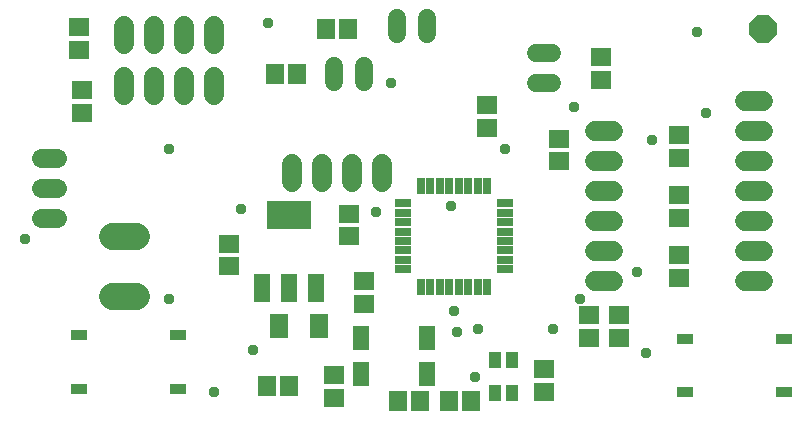
<source format=gbr>
G04 EAGLE Gerber RS-274X export*
G75*
%MOMM*%
%FSLAX34Y34*%
%LPD*%
%INSoldermask Top*%
%IPPOS*%
%AMOC8*
5,1,8,0,0,1.08239X$1,22.5*%
G01*
%ADD10R,1.703200X1.503200*%
%ADD11R,1.503200X1.703200*%
%ADD12R,1.603200X2.003200*%
%ADD13R,1.473200X0.762000*%
%ADD14R,0.762000X1.473200*%
%ADD15P,2.556822X8X202.500000*%
%ADD16C,1.524000*%
%ADD17C,2.298700*%
%ADD18R,1.803200X1.503200*%
%ADD19C,1.727200*%
%ADD20R,1.473200X2.082800*%
%ADD21R,1.503200X1.803200*%
%ADD22R,1.422400X2.438400*%
%ADD23R,3.803200X2.403200*%
%ADD24C,1.625600*%
%ADD25R,1.473200X0.838200*%
%ADD26R,1.103200X1.403200*%
%ADD27C,0.959600*%


D10*
X444500Y400000D03*
X444500Y381000D03*
X342900Y374600D03*
X342900Y355600D03*
D11*
X374700Y254000D03*
X393700Y254000D03*
D10*
X457200Y342900D03*
X457200Y323900D03*
X622300Y463500D03*
X622300Y444500D03*
D12*
X385100Y304800D03*
X419100Y304800D03*
D13*
X490474Y409000D03*
X490474Y401000D03*
X490474Y393000D03*
X490474Y385000D03*
X490474Y377000D03*
X490474Y369000D03*
X490474Y361000D03*
X490474Y353000D03*
D14*
X505400Y338074D03*
X513400Y338074D03*
X521400Y338074D03*
X529400Y338074D03*
X537400Y338074D03*
X545400Y338074D03*
X553400Y338074D03*
X561400Y338074D03*
D13*
X576326Y353000D03*
X576326Y361000D03*
X576326Y369000D03*
X576326Y377000D03*
X576326Y385000D03*
X576326Y393000D03*
X576326Y401000D03*
X576326Y409000D03*
D14*
X561400Y423926D03*
X553400Y423926D03*
X545400Y423926D03*
X537400Y423926D03*
X529400Y423926D03*
X521400Y423926D03*
X513400Y423926D03*
X505400Y423926D03*
D15*
X795020Y556260D03*
D16*
X616204Y535940D02*
X602996Y535940D01*
X602996Y510540D02*
X616204Y510540D01*
D17*
X264478Y330200D02*
X243523Y330200D01*
X243523Y381000D02*
X264478Y381000D01*
D18*
X723900Y365100D03*
X723900Y346100D03*
X723900Y396900D03*
X723900Y415900D03*
X723900Y466700D03*
X723900Y447700D03*
D10*
X647700Y314300D03*
X647700Y295300D03*
X673100Y314300D03*
X673100Y295300D03*
D19*
X668020Y342900D02*
X652780Y342900D01*
X652780Y368300D02*
X668020Y368300D01*
X668020Y393700D02*
X652780Y393700D01*
X652780Y419100D02*
X668020Y419100D01*
X668020Y444500D02*
X652780Y444500D01*
X652780Y469900D02*
X668020Y469900D01*
D20*
X454660Y264160D03*
X510540Y264160D03*
X510540Y294640D03*
X454660Y294640D03*
D19*
X779780Y495300D02*
X795020Y495300D01*
X795020Y469900D02*
X779780Y469900D01*
X779780Y444500D02*
X795020Y444500D01*
X795020Y419100D02*
X779780Y419100D01*
X779780Y393700D02*
X795020Y393700D01*
X795020Y368300D02*
X779780Y368300D01*
X779780Y342900D02*
X795020Y342900D01*
D10*
X431800Y244500D03*
X431800Y263500D03*
D11*
X504800Y241300D03*
X485800Y241300D03*
D21*
X528980Y241300D03*
X547980Y241300D03*
D22*
X370586Y337312D03*
X393700Y337312D03*
X416814Y337312D03*
D23*
X393700Y399290D03*
D19*
X330200Y500380D02*
X330200Y515620D01*
X304800Y515620D02*
X304800Y500380D01*
X279400Y500380D02*
X279400Y515620D01*
X254000Y515620D02*
X254000Y500380D01*
D10*
X215900Y539140D03*
X215900Y558140D03*
X218440Y504800D03*
X218440Y485800D03*
D19*
X330200Y543560D02*
X330200Y558800D01*
X304800Y558800D02*
X304800Y543560D01*
X279400Y543560D02*
X279400Y558800D01*
X254000Y558800D02*
X254000Y543560D01*
D18*
X561340Y473100D03*
X561340Y492100D03*
D16*
X485140Y552196D02*
X485140Y565404D01*
X510540Y565404D02*
X510540Y552196D01*
D21*
X424840Y556260D03*
X443840Y556260D03*
D16*
X431800Y524764D02*
X431800Y511556D01*
X457200Y511556D02*
X457200Y524764D01*
D21*
X381660Y518160D03*
X400660Y518160D03*
D19*
X396240Y441960D02*
X396240Y426720D01*
X421640Y426720D02*
X421640Y441960D01*
X447040Y441960D02*
X447040Y426720D01*
X472440Y426720D02*
X472440Y441960D01*
D24*
X197612Y396240D02*
X183388Y396240D01*
X183388Y421640D02*
X197612Y421640D01*
X197612Y447040D02*
X183388Y447040D01*
D18*
X657860Y532740D03*
X657860Y513740D03*
D25*
X299720Y297180D03*
X299720Y251680D03*
X215720Y297180D03*
X215720Y251680D03*
X728980Y248920D03*
X728980Y294420D03*
X812980Y248920D03*
X812980Y294420D03*
D26*
X582590Y275840D03*
X582590Y248340D03*
X568090Y248340D03*
X568090Y275840D03*
D18*
X609600Y249580D03*
X609600Y268580D03*
D27*
X576580Y454660D03*
X170180Y378460D03*
X292100Y327660D03*
X375920Y561340D03*
X635000Y490220D03*
X739140Y553720D03*
X353060Y403860D03*
X533400Y317500D03*
X330200Y248920D03*
X551180Y261620D03*
X535940Y299720D03*
X688340Y350520D03*
X701040Y462280D03*
X363220Y284480D03*
X480060Y510540D03*
X640080Y327660D03*
X530860Y406400D03*
X617220Y302260D03*
X746760Y485140D03*
X467360Y401320D03*
X292100Y454660D03*
X553720Y302260D03*
X695960Y281940D03*
M02*

</source>
